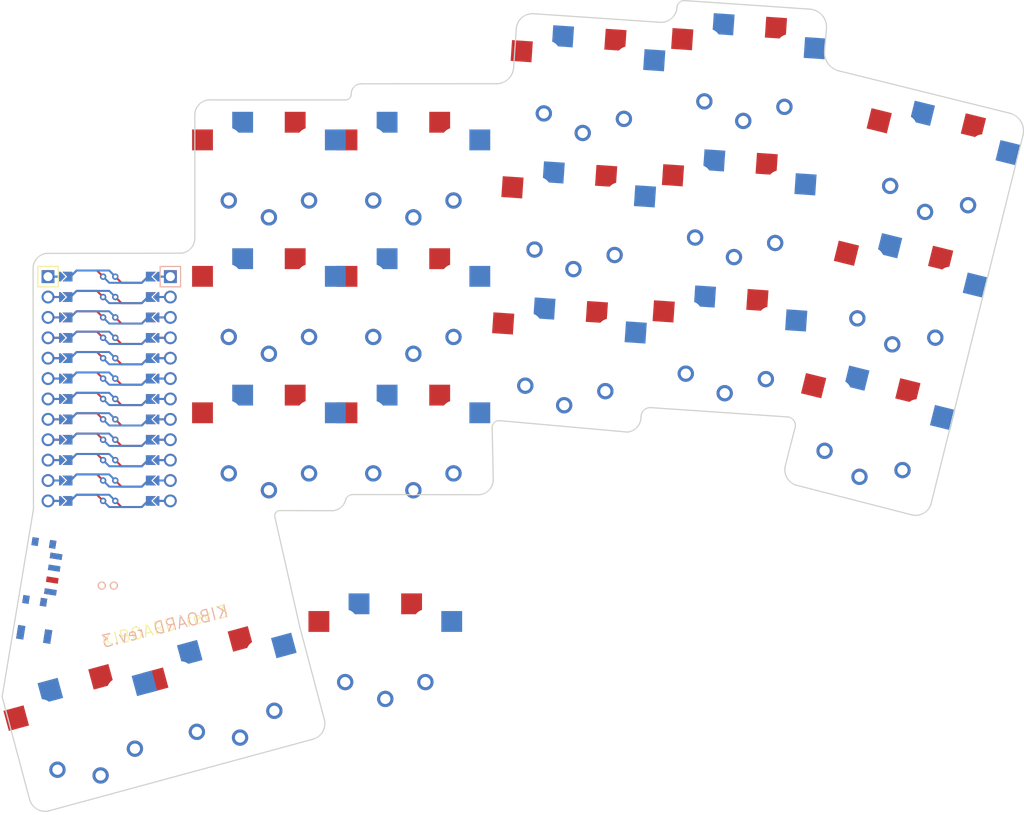
<source format=kicad_pcb>
(kicad_pcb (version 20240108) (generator "pcbnew") (generator_version "8.0")
  (title_block (title "kiboard") (rev "v1.0.0") (company "Unknown"))
  (layers (0 "F.Cu" signal) (31 "B.Cu" signal) (34 "B.Paste" user) (35 "F.Paste" user) (36 "B.SilkS" user "B.Silkscreen") (37 "F.SilkS" user "F.Silkscreen") (38 "B.Mask" user) (39 "F.Mask" user) (44 "Edge.Cuts" user))
  (net 0 "")
  (net 1 "Switch11")
  (net 2 "GND")
  (net 3 "Switch06")
  (net 4 "Switch01")
  (net 5 "Switch12")
  (net 6 "Switch07")
  (net 7 "Switch02")
  (net 8 "Switch13")
  (net 9 "Switch08")
  (net 10 "Switch03")
  (net 11 "Switch14")
  (net 12 "Switch09")
  (net 13 "Switch04")
  (net 14 "Switch15")
  (net 15 "Switch10")
  (net 16 "Switch05")
  (net 17 "Switch16")
  (net 18 "Switch17")
  (net 19 "RAW")
  (net 20 "RST")
  (net 21 "VCC")
  (net 22 "P16")
  (net 23 "pos")
  (footprint "SW_SPST_B3U-1000P-Ben-Vallack" (layer "F.Cu") (at -13.243167 23.86139 -9)
    (property "Reference" "")
    (property "Value" "")
  )
  (footprint "keyswitches:SW_Kailh_Reversible" (layer "F.Cu") (at 75.5 -46 -3.9)
    (property "Reference" "SW" (hide yes))
    (property "Value" "" (hide yes))
  )
  (footprint "keyswitches:SW_Kailh_Reversible" (layer "F.Cu") (at 16 -17)
    (property "Reference" "SW" (hide yes))
    (property "Value" "" (hide yes))
  )
  (footprint "keyswitches:SW_Kailh_Reversible" (layer "F.Cu") (at 34 0)
    (property "Reference" "SW" (hide yes))
    (property "Value" "" (hide yes))
  )
  (footprint "keyswitches:SW_Kailh_Reversible" (layer "F.Cu") (at -6.51679 35.743144 15.2)
    (property "Reference" "SW" (hide yes))
    (property "Value" "" (hide yes))
  )
  (footprint "keyswitches:SW_Kailh_Reversible" (layer "F.Cu") (at 95.083877 -18.00218 -13.9)
    (property "Reference" "SW" (hide yes))
    (property "Value" "" (hide yes))
  )
  (footprint "lib:bat" (layer "F.Cu") (at -4.076 17.78 90)
    (property "Reference" "")
    (property "Value" "")
  )
  (footprint "ProMicro" (layer "F.Cu") (at -3.9 -6.743356 -90)
    (property "Reference" "MCU1" (hide yes))
    (property "Value" "")
  )
  (footprint "keyswitches:SW_Kailh_Reversible" (layer "F.Cu") (at 30.5 26)
    (property "Reference" "SW" (hide yes))
    (property "Value" "" (hide yes))
  )
  (footprint "keyswitches:SW_Kailh_Reversible" (layer "F.Cu") (at 99.167754 -34.50436 -13.9)
    (property "Reference" "SW" (hide yes))
    (property "Value" "" (hide yes))
  )
  (footprint "keyswitches:SW_Kailh_Reversible" (layer "F.Cu") (at 16 -34)
    (property "Reference" "SW" (hide yes))
    (property "Value" "" (hide yes))
  )
  (footprint "keyswitches:SW_Kailh_Reversible" (layer "F.Cu") (at 53.18748 -10.578734 -3.9)
    (property "Reference" "SW" (hide yes))
    (property "Value" "" (hide yes))
  )
  (footprint "SW_SPDT_PCM12-Ben-Vallack" (layer "F.Cu") (at -12.285552 16.12522 -99)
    (property "Reference" "")
    (property "Value" "")
  )
  (footprint "keyswitches:SW_Kailh_Reversible" (layer "F.Cu") (at 10.853507 31.023739 15.2)
    (property "Reference" "SW" (hide yes))
    (property "Value" "" (hide yes))
  )
  (footprint "keyswitches:SW_Kailh_Reversible" (layer "F.Cu") (at 34 -34)
    (property "Reference" "SW" (hide yes))
    (property "Value" "" (hide yes))
  )
  (footprint "keyswitches:SW_Kailh_Reversible" (layer "F.Cu") (at 54.34374 -27.539367 -3.9)
    (property "Reference" "SW" (hide yes))
    (property "Value" "" (hide yes))
  )
  (footprint "keyswitches:SW_Kailh_Reversible" (layer "F.Cu") (at 74.34374 -29.039367 -3.9)
    (property "Reference" "SW" (hide yes))
    (property "Value" "" (hide yes))
  )
  (footprint "keyswitches:SW_Kailh_Reversible" (layer "F.Cu") (at 91 -1.5 -13.9)
    (property "Reference" "SW" (hide yes))
    (property "Value" "" (hide yes))
  )
  (footprint "keyswitches:SW_Kailh_Reversible" (layer "F.Cu") (at 55.5 -44.5 -3.9)
    (property "Reference" "SW" (hide yes))
    (property "Value" "" (hide yes))
  )
  (footprint "keyswitches:SW_Kailh_Reversible" (layer "F.Cu") (at 34 -17)
    (property "Reference" "SW" (hide yes))
    (property "Value" "" (hide yes))
  )
  (footprint "keyswitches:SW_Kailh_Reversible" (layer "F.Cu") (at 73.18748 -12.078734 -3.9)
    (property "Reference" "SW" (hide yes))
    (property "Value" "" (hide yes))
  )
  (footprint "keyswitches:SW_Kailh_Reversible" (layer "F.Cu") (at 16 0)
    (property "Reference" "SW" (hide yes))
    (property "Value" "" (hide yes))
  )
  (gr_arc (start 25.577345 7.033881) (mid 25.902749 6.611479) (end 26.406779 6.437701) (stroke (width 0.15)) (layer "Edge.Cuts"))
  (gr_line (start 19.850739 22.94252) (end 22.903043 34.466406) (stroke (width 0.15)) (layer "Edge.Cuts"))
  (gr_line (start 83.403606 -54.040433) (end 67.824319 -55.103668) (stroke (width 0.15)) (layer "Edge.Cuts"))
  (gr_arc (start 22.903043 34.466406) (mid 22.703242 35.984044) (end 21.488829 36.915896) (stroke (width 0.15)) (layer "Edge.Cuts"))
  (gr_arc (start 6.768716 -40.854553) (mid 7.252951 -42.117848) (end 8.458283 -42.732317) (stroke (width 0.15)) (layer "Edge.Cuts"))
  (gr_line (start 80.80755 1) (end 80.341002 2.871219) (stroke (width 0.15)) (layer "Edge.Cuts"))
  (gr_arc (start 83.403606 -54.040433) (mid 84.914721 -53.293857) (end 85.472861 -51.701077) (stroke (width 0.15)) (layer "Edge.Cuts"))
  (gr_line (start 43.94802 4.576294) (end 43.815 -1.905) (stroke (width 0.15)) (layer "Edge.Cuts"))
  (gr_line (start 19.850739 22.94252) (end 16.74436 9.247227) (stroke (width 0.15)) (layer "Edge.Cuts"))
  (gr_arc (start 86.995 -46.355) (mid 85.684564 -47.231988) (end 85.233433 -48.742892) (stroke (width 0.15)) (layer "Edge.Cuts"))
  (gr_arc (start 81.79775 5.295655) (mid 80.567259 4.385139) (end 80.341002 2.871219) (stroke (width 0.15)) (layer "Edge.Cuts"))
  (gr_arc (start 108.305267 -41.075131) (mid 109.694623 -40.035561) (end 109.952453 -38.317862) (stroke (width 0.15)) (layer "Edge.Cuts"))
  (gr_arc (start 66.847853 -54.260866) (mid 67.160681 -54.88574) (end 67.824319 -55.103668) (stroke (width 0.15)) (layer "Edge.Cuts"))
  (gr_arc (start -11.369679 45.833012) (mid -12.887317 45.633211) (end -13.819169 44.418798) (stroke (width 0.15)) (layer "Edge.Cuts"))
  (gr_line (start 80.80755 1) (end 81.530155 -1.783638) (stroke (width 0.15)) (layer "Edge.Cuts"))
  (gr_line (start 86.995 -46.355) (end 108.305267 -41.075131) (stroke (width 0.15)) (layer "Edge.Cuts"))
  (gr_line (start 85.233433 -48.742892) (end 85.472861 -51.701077) (stroke (width 0.15)) (layer "Edge.Cuts"))
  (gr_arc (start 62.363719 -3.2248) (mid 62.773005 -4.120096) (end 63.715618 -4.383326) (stroke (width 0.15)) (layer "Edge.Cuts"))
  (gr_arc (start 16.74436 9.247227) (mid 16.840046 8.712397) (end 17.311759 8.433133) (stroke (width 0.15)) (layer "Edge.Cuts"))
  (gr_line (start 81.79775 5.295654) (end 96.09464 8.967607) (stroke (width 0.15)) (layer "Edge.Cuts"))
  (gr_arc (start -13.383456 -21.732937) (mid -12.898665 -22.995732) (end -11.693889 -23.610701) (stroke (width 0.15)) (layer "Edge.Cuts"))
  (gr_line (start -17.238704 31.61411) (end -13.335 8.255) (stroke (width 0.15)) (layer "Edge.Cuts"))
  (gr_arc (start 98.519076 7.510859) (mid 97.608559 8.741338) (end 96.09464 8.967607) (stroke (width 0.15)) (layer "Edge.Cuts"))
  (gr_line (start 6.769567 -38.961764) (end 6.769567 -25.511063) (stroke (width 0.15)) (layer "Edge.Cuts"))
  (gr_line (start 98.519076 7.510859) (end 109.952453 -38.317862) (stroke (width 0.15)) (layer "Edge.Cuts"))
  (gr_arc (start 46.483147 -46.693495) (mid 45.796645 -45.309046) (end 44.356003 -44.75) (stroke (width 0.15)) (layer "Edge.Cuts"))
  (gr_arc (start 46.824569 -51.613827) (mid 47.507567 -52.983769) (end 48.95921 -53.469442) (stroke (width 0.15)) (layer "Edge.Cuts"))
  (gr_arc (start 62.363719 -3.2248) (mid 61.878928 -1.962005) (end 60.674152 -1.347036) (stroke (width 0.15)) (layer "Edge.Cuts"))
  (gr_line (start 46.824569 -51.613827) (end 46.483147 -46.693495) (stroke (width 0.15)) (layer "Edge.Cuts"))
  (gr_line (start -13.383456 -21.732937) (end -13.335 8.255) (stroke (width 0.15)) (layer "Edge.Cuts"))
  (gr_line (start 80.519646 -3.239149) (end 63.715618 -4.383326) (stroke (width 0.15)) (layer "Edge.Cuts"))
  (gr_line (start 8.458283 -42.732317) (end 25.444556 -42.731539) (stroke (width 0.15)) (layer "Edge.Cuts"))
  (gr_line (start -17.238704 31.61411) (end -13.819169 44.418798) (stroke (width 0.15)) (layer "Edge.Cuts"))
  (gr_arc (start 6.769567 -25.511063) (mid 6.284776 -24.248268) (end 5.08 -23.633299) (stroke (width 0.15)) (layer "Edge.Cuts"))
  (gr_line (start 6.769567 -38.961764) (end 6.768716 -40.854553) (stroke (width 0.15)) (layer "Edge.Cuts"))
  (gr_arc (start 25.577345 7.033881) (mid 25.012249 7.997899) (end 23.990568 8.449092) (stroke (width 0.15)) (layer "Edge.Cuts"))
  (gr_line (start 60.674152 -1.347036) (end 44.728806 -2.770146) (stroke (width 0.15)) (layer "Edge.Cuts"))
  (gr_line (start 48.95921 -53.469442) (end 64.713211 -52.40525) (stroke (width 0.15)) (layer "Edge.Cuts"))
  (gr_line (start 42.258453 6.454058) (end 26.406779 6.437701) (stroke (width 0.15)) (layer "Edge.Cuts"))
  (gr_line (start -11.693889 -23.610701) (end 5.08 -23.633299) (stroke (width 0.15)) (layer "Edge.Cuts"))
  (gr_line (start 27.433904 -44.740295) (end 44.356003 -44.75) (stroke (width 0.15)) (layer "Edge.Cuts"))
  (gr_line (start 23.990568 8.449092) (end 17.311759 8.433133) (stroke (width 0.15)) (layer "Edge.Cuts"))
  (gr_arc (start 43.94802 4.576294) (mid 43.463229 5.839089) (end 42.258453 6.454058) (stroke (width 0.15)) (layer "Edge.Cuts"))
  (gr_arc (start 66.847853 -54.260866) (mid 66.164843 -52.890959) (end 64.713211 -52.40525) (stroke (width 0.15)) (layer "Edge.Cuts"))
  (gr_line (start -11.369679 45.833012) (end 21.488829 36.915896) (stroke (width 0.15)) (layer "Edge.Cuts"))
  (gr_arc (start 26.249999 -43.459349) (mid 26.012812 -42.912333) (end 25.444556 -42.731539) (stroke (width 0.15)) (layer "Edge.Cuts"))
  (gr_arc (start 80.519646 -3.239149) (mid 81.403324 -2.778603) (end 81.530155 -1.783638) (stroke (width 0.15)) (layer "Edge.Cuts"))
  (gr_arc (start 43.815 -1.905) (mid 44.083856 -2.536244) (end 44.728806 -2.770146) (stroke (width 0.15)) (layer "Edge.Cuts"))
  (gr_arc (start 26.249999 -43.459349) (mid 26.585537 -44.334121) (end 27.433904 -44.740295) (stroke (width 0.15)) (layer "Edge.Cuts"))
  (gr_text "KIBOARD rev.3" (at 3.048 22.86 14) (layer "B.SilkS") (effects (font (size 1.5 1.5)) (justify mirror)))
  (gr_text "KIBOARD rev.3" (at 3.048 22.86 14) (layer "F.SilkS") (effects (font (size 1.5 1.5))))
)
</source>
